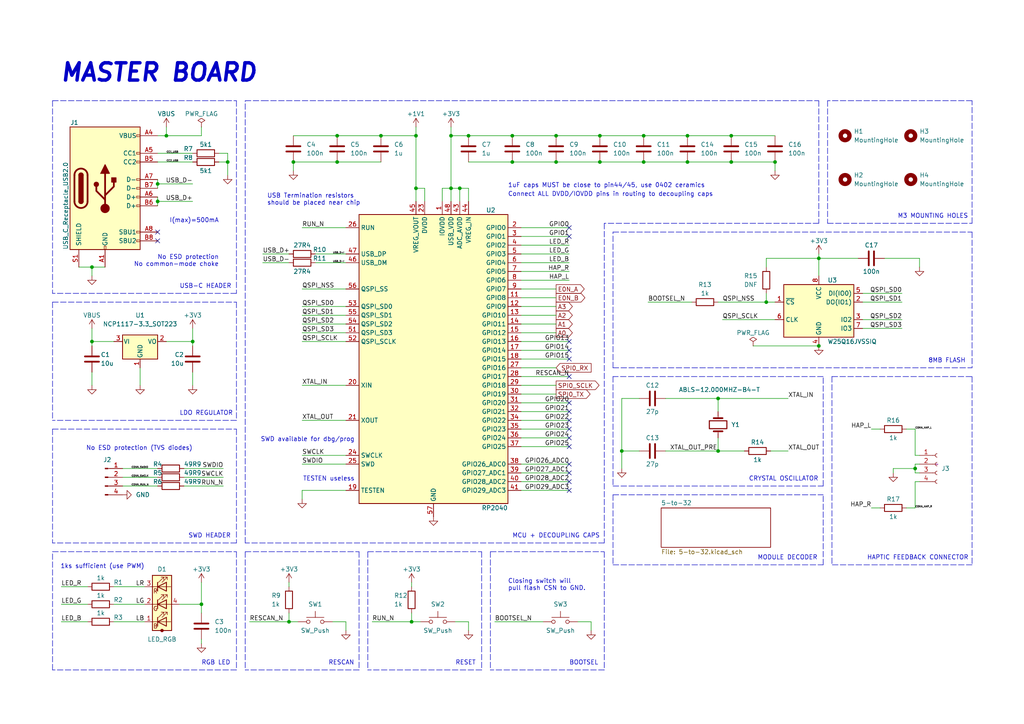
<source format=kicad_sch>
(kicad_sch (version 20211123) (generator eeschema)
  (paper "A4")
  (title_block (title "Prototroller Motherboard") (date "2023-01-31") (rev "1"))
  (lib_symbols
    (symbol "Connector:Conn_01x04_Female" (pin_names (offset 1.016) hide)
      (property "Reference" "J" (at 0 5.08 0))
      (property "Value" "Conn_01x04_Female" (at 0 -7.62 0))
      (symbol "Conn_01x04_Female_1_1"
        (pin passive line (at -5.08 2.54 0) (length 3.81) (name "Pin_1") (number "1"))
        (pin passive line (at -5.08 0 0) (length 3.81) (name "Pin_2") (number "2"))
        (pin passive line (at -5.08 -2.54 0) (length 3.81) (name "Pin_3") (number "3"))
        (pin passive line (at -5.08 -5.08 0) (length 3.81) (name "Pin_4") (number "4"))
      )
    )
    (symbol "Connector:Conn_01x04_Male" (pin_names (offset 1.016) hide)
      (property "Reference" "J" (at 0 5.08 0))
      (property "Value" "Conn_01x04_Male" (at 0 -7.62 0))
      (symbol "Conn_01x04_Male_1_1"
        (pin passive line (at 5.08 2.54 180) (length 3.81) (name "Pin_1") (number "1"))
        (pin passive line (at 5.08 0 180) (length 3.81) (name "Pin_2") (number "2"))
        (pin passive line (at 5.08 -2.54 180) (length 3.81) (name "Pin_3") (number "3"))
        (pin passive line (at 5.08 -5.08 180) (length 3.81) (name "Pin_4") (number "4"))
      )
    )
    (symbol "Connector:USB_C_Receptacle_USB2.0" (pin_names (offset 1.016))
      (property "Reference" "J" (at -10.16 19.05 0))
      (property "Value" "USB_C_Receptacle_USB2.0" (at 19.05 19.05 0))
      (symbol "USB_C_Receptacle_USB2.0_1_1"
        (pin passive line (at 0 -22.86 90) (length 5.08) (name "GND") (number "A1"))
        (pin passive line (at 0 -22.86 90) (length 5.08) hide (name "GND") (number "A12"))
        (pin passive line (at 15.24 15.24 180) (length 5.08) (name "VBUS") (number "A4"))
        (pin bidirectional line (at 15.24 10.16 180) (length 5.08) (name "CC1") (number "A5"))
        (pin bidirectional line (at 15.24 -2.54 180) (length 5.08) (name "D+") (number "A6"))
        (pin bidirectional line (at 15.24 2.54 180) (length 5.08) (name "D-") (number "A7"))
        (pin bidirectional line (at 15.24 -12.7 180) (length 5.08) (name "SBU1") (number "A8"))
        (pin passive line (at 15.24 15.24 180) (length 5.08) hide (name "VBUS") (number "A9"))
        (pin passive line (at 0 -22.86 90) (length 5.08) hide (name "GND") (number "B1"))
        (pin passive line (at 0 -22.86 90) (length 5.08) hide (name "GND") (number "B12"))
        (pin passive line (at 15.24 15.24 180) (length 5.08) hide (name "VBUS") (number "B4"))
        (pin bidirectional line (at 15.24 7.62 180) (length 5.08) (name "CC2") (number "B5"))
        (pin bidirectional line (at 15.24 -5.08 180) (length 5.08) (name "D+") (number "B6"))
        (pin bidirectional line (at 15.24 0 180) (length 5.08) (name "D-") (number "B7"))
        (pin bidirectional line (at 15.24 -15.24 180) (length 5.08) (name "SBU2") (number "B8"))
        (pin passive line (at 15.24 15.24 180) (length 5.08) hide (name "VBUS") (number "B9"))
        (pin passive line (at -7.62 -22.86 90) (length 5.08) (name "SHIELD") (number "S1"))
      )
    )
    (symbol "Device:C" (pin_numbers hide) (pin_names (offset 0.254))
      (property "Reference" "C" (at 0.635 2.54 0))
      (property "Value" "C" (at 0.635 -2.54 0))
      (symbol "C_1_1"
        (pin passive line (at 0 3.81 270) (length 2.794) (name "~") (number "1"))
        (pin passive line (at 0 -3.81 90) (length 2.794) (name "~") (number "2"))
      )
    )
    (symbol "Device:Crystal" (pin_numbers hide) (pin_names (offset 1.016) hide)
      (property "Reference" "Y" (at 0 3.81 0))
      (property "Value" "Crystal" (at 0 -3.81 0))
      (symbol "Crystal_1_1"
        (pin passive line (at -3.81 0 0) (length 1.27) (name "1") (number "1"))
        (pin passive line (at 3.81 0 180) (length 1.27) (name "2") (number "2"))
      )
    )
    (symbol "Device:R" (pin_numbers hide) (pin_names (offset 0))
      (property "Reference" "R" (at 2.032 0 90))
      (property "Value" "R" (at 0 0 90))
      (symbol "R_1_1"
        (pin passive line (at 0 3.81 270) (length 1.27) (name "~") (number "1"))
        (pin passive line (at 0 -3.81 90) (length 1.27) (name "~") (number "2"))
      )
    )
    (symbol "GND_1" (power) (pin_names (offset 0))
      (property "Value" "GND_1" (at 0 -3.81 0))
      (symbol "GND_1_1_1"
        (pin power_in line (at 0 0 270) (length 0) hide (name "GND") (number "1"))
      )
    )
    (symbol "MCU_RaspberryPi:RP2040"
      (property "Reference" "U" (at 17.78 45.72 0))
      (property "Value" "RP2040" (at 17.78 43.18 0))
      (symbol "RP2040_1_1"
        (pin power_in line (at 2.54 45.72 270) (length 3.81) (name "IOVDD") (number "1"))
        (pin passive line (at 2.54 45.72 270) (length 3.81) hide (name "IOVDD") (number "10"))
        (pin bidirectional line (at 25.4 17.78 180) (length 3.81) (name "GPIO8") (number "11"))
        (pin bidirectional line (at 25.4 15.24 180) (length 3.81) (name "GPIO9") (number "12"))
        (pin bidirectional line (at 25.4 12.7 180) (length 3.81) (name "GPIO10") (number "13"))
        (pin bidirectional line (at 25.4 10.16 180) (length 3.81) (name "GPIO11") (number "14"))
        (pin bidirectional line (at 25.4 7.62 180) (length 3.81) (name "GPIO12") (number "15"))
        (pin bidirectional line (at 25.4 5.08 180) (length 3.81) (name "GPIO13") (number "16"))
        (pin bidirectional line (at 25.4 2.54 180) (length 3.81) (name "GPIO14") (number "17"))
        (pin bidirectional line (at 25.4 0 180) (length 3.81) (name "GPIO15") (number "18"))
        (pin input line (at -25.4 -38.1 0) (length 3.81) (name "TESTEN") (number "19"))
        (pin bidirectional line (at 25.4 38.1 180) (length 3.81) (name "GPIO0") (number "2"))
        (pin input line (at -25.4 -7.62 0) (length 3.81) (name "XIN") (number "20"))
        (pin passive line (at -25.4 -17.78 0) (length 3.81) (name "XOUT") (number "21"))
        (pin passive line (at 2.54 45.72 270) (length 3.81) hide (name "IOVDD") (number "22"))
        (pin power_in line (at -2.54 45.72 270) (length 3.81) (name "DVDD") (number "23"))
        (pin output line (at -25.4 -27.94 0) (length 3.81) (name "SWCLK") (number "24"))
        (pin bidirectional line (at -25.4 -30.48 0) (length 3.81) (name "SWD") (number "25"))
        (pin input line (at -25.4 38.1 0) (length 3.81) (name "RUN") (number "26"))
        (pin bidirectional line (at 25.4 -2.54 180) (length 3.81) (name "GPIO16") (number "27"))
        (pin bidirectional line (at 25.4 -5.08 180) (length 3.81) (name "GPIO17") (number "28"))
        (pin bidirectional line (at 25.4 -7.62 180) (length 3.81) (name "GPIO18") (number "29"))
        (pin bidirectional line (at 25.4 35.56 180) (length 3.81) (name "GPIO1") (number "3"))
        (pin bidirectional line (at 25.4 -10.16 180) (length 3.81) (name "GPIO19") (number "30"))
        (pin bidirectional line (at 25.4 -12.7 180) (length 3.81) (name "GPIO20") (number "31"))
        (pin bidirectional line (at 25.4 -15.24 180) (length 3.81) (name "GPIO21") (number "32"))
        (pin passive line (at 2.54 45.72 270) (length 3.81) hide (name "IOVDD") (number "33"))
        (pin bidirectional line (at 25.4 -17.78 180) (length 3.81) (name "GPIO22") (number "34"))
        (pin bidirectional line (at 25.4 -20.32 180) (length 3.81) (name "GPIO23") (number "35"))
        (pin bidirectional line (at 25.4 -22.86 180) (length 3.81) (name "GPIO24") (number "36"))
        (pin bidirectional line (at 25.4 -25.4 180) (length 3.81) (name "GPIO25") (number "37"))
        (pin bidirectional line (at 25.4 -30.48 180) (length 3.81) (name "GPIO26_ADC0") (number "38"))
        (pin bidirectional line (at 25.4 -33.02 180) (length 3.81) (name "GPIO27_ADC1") (number "39"))
        (pin bidirectional line (at 25.4 33.02 180) (length 3.81) (name "GPIO2") (number "4"))
        (pin bidirectional line (at 25.4 -35.56 180) (length 3.81) (name "GPIO28_ADC2") (number "40"))
        (pin bidirectional line (at 25.4 -38.1 180) (length 3.81) (name "GPIO29_ADC3") (number "41"))
        (pin passive line (at 2.54 45.72 270) (length 3.81) hide (name "IOVDD") (number "42"))
        (pin power_in line (at 7.62 45.72 270) (length 3.81) (name "ADC_AVDD") (number "43"))
        (pin power_in line (at 10.16 45.72 270) (length 3.81) (name "VREG_IN") (number "44"))
        (pin power_out line (at -5.08 45.72 270) (length 3.81) (name "VREG_VOUT") (number "45"))
        (pin bidirectional line (at -25.4 27.94 0) (length 3.81) (name "USB_DM") (number "46"))
        (pin bidirectional line (at -25.4 30.48 0) (length 3.81) (name "USB_DP") (number "47"))
        (pin power_in line (at 5.08 45.72 270) (length 3.81) (name "USB_VDD") (number "48"))
        (pin passive line (at 2.54 45.72 270) (length 3.81) hide (name "IOVDD") (number "49"))
        (pin bidirectional line (at 25.4 30.48 180) (length 3.81) (name "GPIO3") (number "5"))
        (pin passive line (at -2.54 45.72 270) (length 3.81) hide (name "DVDD") (number "50"))
        (pin bidirectional line (at -25.4 7.62 0) (length 3.81) (name "QSPI_SD3") (number "51"))
        (pin output line (at -25.4 5.08 0) (length 3.81) (name "QSPI_SCLK") (number "52"))
        (pin bidirectional line (at -25.4 15.24 0) (length 3.81) (name "QSPI_SD0") (number "53"))
        (pin bidirectional line (at -25.4 10.16 0) (length 3.81) (name "QSPI_SD2") (number "54"))
        (pin bidirectional line (at -25.4 12.7 0) (length 3.81) (name "QSPI_SD1") (number "55"))
        (pin bidirectional line (at -25.4 20.32 0) (length 3.81) (name "QSPI_SS") (number "56"))
        (pin power_in line (at 0 -45.72 90) (length 3.81) (name "GND") (number "57"))
        (pin bidirectional line (at 25.4 27.94 180) (length 3.81) (name "GPIO4") (number "6"))
        (pin bidirectional line (at 25.4 25.4 180) (length 3.81) (name "GPIO5") (number "7"))
        (pin bidirectional line (at 25.4 22.86 180) (length 3.81) (name "GPIO6") (number "8"))
        (pin bidirectional line (at 25.4 20.32 180) (length 3.81) (name "GPIO7") (number "9"))
      )
    )
    (symbol "Mechanical:MountingHole" (pin_names (offset 1.016))
      (property "Reference" "H" (at 0 5.08 0))
      (property "Value" "MountingHole" (at 0 3.175 0))
    )
    (symbol "Regulator_Linear:NCP1117-3.3_SOT223" (pin_names (offset 0.254))
      (property "Reference" "U" (at -3.81 3.175 0))
      (property "Value" "NCP1117-3.3_SOT223" (at 0 3.175 0))
      (symbol "NCP1117-3.3_SOT223_1_1"
        (pin power_in line (at 0 -7.62 90) (length 2.54) (name "GND") (number "1"))
        (pin power_out line (at 7.62 0 180) (length 2.54) (name "VO") (number "2"))
        (pin power_in line (at -7.62 0 0) (length 2.54) (name "VI") (number "3"))
      )
    )
    (symbol "Switch:SW_Push" (pin_numbers hide) (pin_names (offset 1.016) hide)
      (property "Reference" "SW" (at 1.27 2.54 0))
      (property "Value" "SW_Push" (at 0 -1.524 0))
      (symbol "SW_Push_0_1"
        (pin passive line (at -5.08 0 0) (length 2.54) (name "1") (number "1"))
        (pin passive line (at 5.08 0 180) (length 2.54) (name "2") (number "2"))
      )
    )
    (symbol "power:+1V1" (power) (pin_names (offset 0))
      (property "Value" "+1V1" (at 0 3.556 0))
      (symbol "+1V1_1_1"
        (pin power_in line (at 0 0 90) (length 0) hide (name "+1V1") (number "1"))
      )
    )
    (symbol "power:+3V3" (power) (pin_names (offset 0))
      (property "Value" "+3V3" (at 0 3.556 0))
      (symbol "+3V3_1_1"
        (pin power_in line (at 0 0 90) (length 0) hide (name "+3V3") (number "1"))
      )
    )
    (symbol "power:GND" (power) (pin_names (offset 0))
      (property "Value" "GND" (at 0 -3.81 0))
      (symbol "GND_1_1"
        (pin power_in line (at 0 0 270) (length 0) hide (name "GND") (number "1"))
      )
    )
    (symbol "power:PWR_FLAG" (power) (pin_numbers hide) (pin_names (offset 0) hide)
      (property "Value" "PWR_FLAG" (at 0 3.81 0))
      (symbol "PWR_FLAG_0_0"
        (pin power_out line (at 0 0 90) (length 0) (name "pwr") (number "1"))
      )
    )
    (symbol "power:VBUS" (power) (pin_names (offset 0))
      (property "Value" "VBUS" (at 0 3.81 0))
      (symbol "VBUS_1_1"
        (pin power_in line (at 0 0 90) (length 0) hide (name "VBUS") (number "1"))
      )
    )
    (symbol "prototroller_symbols:LED_RGB" (pin_names (offset 0) hide)
      (property "Reference" "D1" (at 0 10.16 0))
      (property "Value" "LED_RGB" (at -7.62 -10.16 0))
      (symbol "LED_RGB_0_0"
        (text "B" (at -1.905 -6.35 0) (effects (font (size 1.27 1.27))))
        (text "G" (at -1.905 -1.27 0) (effects (font (size 1.27 1.27))))
        (text "R" (at -1.905 3.81 0) (effects (font (size 1.27 1.27))))
      )
      (symbol "LED_RGB_1_1"
        (pin passive line (at -5.08 -5.08 0) (length 2.54) (name "B") (number "1"))
        (pin passive line (at -5.08 0 0) (length 2.54) (name "G") (number "2"))
        (pin passive line (at -5.08 5.08 0) (length 2.54) (name "R") (number "3"))
        (pin passive line (at 5.08 0 180) (length 2.54) (name "A") (number "4"))
      )
    )
    (symbol "prototroller_symbols:W25Q16JVSSIQ"
      (property "Reference" "U3" (at 2.54 7.62 0))
      (property "Value" "W25Q16JVSSIQ" (at 2.54 -10.16 0))
      (symbol "W25Q16JVSSIQ_1_1"
        (pin input line (at -12.7 1.27 0) (length 2.54) (name "~{CS}") (number "1"))
        (pin bidirectional line (at 12.7 1.27 180) (length 2.54) (name "DO(IO1)") (number "2"))
        (pin bidirectional line (at 12.7 -3.81 180) (length 2.54) (name "IO2") (number "3"))
        (pin power_in line (at 0 -11.43 90) (length 2.54) (name "GND") (number "4"))
        (pin bidirectional line (at 12.7 3.81 180) (length 2.54) (name "DI(IO0)") (number "5"))
        (pin input line (at -12.7 -3.81 0) (length 2.54) (name "CLK") (number "6"))
        (pin bidirectional line (at 12.7 -6.35 180) (length 2.54) (name "IO3") (number "7"))
        (pin power_in line (at 0 8.89 270) (length 2.54) (name "VCC") (number "8"))
      )
    )
  )
  (junction (at 97.79 39.37))
  (junction (at 186.69 39.37))
  (junction (at 45.72 53.34))
  (junction (at 133.35 54.61))
  (junction (at 224.79 46.99))
  (junction (at 85.09 46.99))
  (junction (at 55.88 99.06))
  (junction (at 119.38 180.34))
  (junction (at 199.39 46.99))
  (junction (at 208.28 130.81))
  (junction (at 130.81 39.37))
  (junction (at 120.65 54.61))
  (junction (at 212.09 39.37))
  (junction (at 135.89 39.37))
  (junction (at 180.34 130.81))
  (junction (at 110.49 39.37))
  (junction (at 186.69 46.99))
  (junction (at 45.72 58.42))
  (junction (at 208.28 115.57))
  (junction (at 222.25 87.63))
  (junction (at 66.04 46.99))
  (junction (at 83.82 180.34))
  (junction (at 48.26 39.37))
  (junction (at 26.67 77.47))
  (junction (at 161.29 46.99))
  (junction (at 148.59 46.99))
  (junction (at 58.42 175.26))
  (junction (at 173.99 39.37))
  (junction (at 26.67 99.06))
  (junction (at 130.81 54.61))
  (junction (at 97.79 46.99))
  (junction (at 161.29 39.37))
  (junction (at 265.43 135.89))
  (junction (at 173.99 46.99))
  (junction (at 212.09 46.99))
  (junction (at 199.39 39.37))
  (junction (at 237.49 100.33))
  (junction (at 120.65 39.37))
  (junction (at 148.59 39.37))
  (junction (at 237.49 74.93))
  (no_connect (at 165.1 142.24))
  (no_connect (at 165.1 66.04))
  (no_connect (at 165.1 124.46))
  (no_connect (at 165.1 127))
  (no_connect (at 165.1 109.22))
  (no_connect (at 45.72 67.31))
  (no_connect (at 165.1 129.54))
  (no_connect (at 165.1 68.58))
  (no_connect (at 165.1 104.14))
  (no_connect (at 45.72 69.85))
  (no_connect (at 165.1 121.92))
  (no_connect (at 165.1 99.06))
  (no_connect (at 165.1 134.62))
  (no_connect (at 165.1 119.38))
  (no_connect (at 165.1 137.16))
  (no_connect (at 165.1 101.6))
  (no_connect (at 165.1 116.84))
  (no_connect (at 165.1 139.7))
  (wire (pts (xy 161.29 46.99) (xy 148.59 46.99)))
  (wire (pts (xy 173.99 39.37) (xy 186.69 39.37)))
  (wire (pts (xy 58.42 177.8) (xy 58.42 175.26)))
  (wire (pts (xy 83.82 180.34) (xy 86.36 180.34)))
  (wire (pts (xy 151.13 76.2) (xy 165.1 76.2)))
  (wire (pts (xy 185.42 115.57) (xy 180.34 115.57)))
  (polyline (pts (xy 177.8 140.97) (xy 238.76 140.97)))
  (wire (pts (xy 151.13 71.12) (xy 165.1 71.12)))
  (polyline (pts (xy 15.24 194.31) (xy 15.24 160.02)))
  (wire (pts (xy 151.13 142.24) (xy 165.1 142.24)))
  (wire (pts (xy 96.52 180.34) (xy 100.33 180.34)))
  (wire (pts (xy 128.27 54.61) (xy 128.27 58.42)))
  (wire (pts (xy 35.56 138.43) (xy 45.72 138.43)))
  (wire (pts (xy 237.49 74.93) (xy 237.49 80.01)))
  (wire (pts (xy 87.63 66.04) (xy 100.33 66.04)))
  (wire (pts (xy 58.42 168.91) (xy 58.42 175.26)))
  (polyline (pts (xy 68.58 157.48) (xy 15.24 157.48)))
  (wire (pts (xy 265.43 134.62) (xy 265.43 135.89)))
  (wire (pts (xy 212.09 46.99) (xy 199.39 46.99)))
  (wire (pts (xy 208.28 115.57) (xy 228.6 115.57)))
  (wire (pts (xy 256.54 74.93) (xy 266.7 74.93)))
  (wire (pts (xy 151.13 83.82) (xy 161.29 83.82)))
  (wire (pts (xy 151.13 134.62) (xy 165.1 134.62)))
  (wire (pts (xy 135.89 180.34) (xy 135.89 182.88)))
  (polyline (pts (xy 76.2 29.21) (xy 237.49 29.21)))
  (wire (pts (xy 130.81 39.37) (xy 135.89 39.37)))
  (wire (pts (xy 130.81 54.61) (xy 130.81 58.42)))
  (polyline (pts (xy 68.58 29.21) (xy 68.58 85.09)))
  (polyline (pts (xy 15.24 29.21) (xy 68.58 29.21)))
  (wire (pts (xy 130.81 39.37) (xy 130.81 54.61)))
  (wire (pts (xy 151.13 111.76) (xy 161.29 111.76)))
  (polyline (pts (xy 175.26 160.02) (xy 175.26 194.31)))
  (polyline (pts (xy 281.94 109.22) (xy 281.94 163.83)))
  (polyline (pts (xy 175.26 64.77) (xy 175.26 157.48)))
  (wire (pts (xy 107.95 180.34) (xy 119.38 180.34)))
  (wire (pts (xy 132.08 180.34) (xy 135.89 180.34)))
  (wire (pts (xy 76.2 76.2) (xy 83.82 76.2)))
  (wire (pts (xy 85.09 39.37) (xy 97.79 39.37)))
  (wire (pts (xy 151.13 91.44) (xy 161.29 91.44)))
  (wire (pts (xy 151.13 96.52) (xy 161.29 96.52)))
  (wire (pts (xy 110.49 39.37) (xy 120.65 39.37)))
  (wire (pts (xy 135.89 54.61) (xy 133.35 54.61)))
  (wire (pts (xy 53.34 140.97) (xy 64.77 140.97)))
  (wire (pts (xy 180.34 115.57) (xy 180.34 130.81)))
  (wire (pts (xy 151.13 101.6) (xy 165.1 101.6)))
  (wire (pts (xy 91.44 76.2) (xy 100.33 76.2)))
  (wire (pts (xy 100.33 180.34) (xy 100.33 182.88)))
  (wire (pts (xy 33.02 175.26) (xy 41.91 175.26)))
  (wire (pts (xy 255.27 147.32) (xy 252.73 147.32)))
  (wire (pts (xy 66.04 44.45) (xy 66.04 46.99)))
  (wire (pts (xy 250.19 92.71) (xy 261.62 92.71)))
  (wire (pts (xy 97.79 46.99) (xy 110.49 46.99)))
  (wire (pts (xy 266.7 139.7) (xy 265.43 139.7)))
  (wire (pts (xy 208.28 130.81) (xy 215.9 130.81)))
  (polyline (pts (xy 175.26 194.31) (xy 142.24 194.31)))
  (wire (pts (xy 26.67 99.06) (xy 33.02 99.06)))
  (wire (pts (xy 45.72 44.45) (xy 55.88 44.45)))
  (wire (pts (xy 151.13 104.14) (xy 165.1 104.14)))
  (polyline (pts (xy 177.8 106.68) (xy 177.8 67.31)))
  (wire (pts (xy 259.08 137.16) (xy 259.08 135.89)))
  (wire (pts (xy 151.13 114.3) (xy 161.29 114.3)))
  (wire (pts (xy 26.67 77.47) (xy 30.48 77.47)))
  (polyline (pts (xy 177.8 109.22) (xy 177.8 140.97)))
  (wire (pts (xy 53.34 138.43) (xy 64.77 138.43)))
  (polyline (pts (xy 241.3 109.22) (xy 241.3 163.83)))
  (wire (pts (xy 151.13 127) (xy 165.1 127)))
  (wire (pts (xy 151.13 66.04) (xy 165.1 66.04)))
  (wire (pts (xy 250.19 85.09) (xy 261.62 85.09)))
  (wire (pts (xy 265.43 135.89) (xy 265.43 137.16)))
  (wire (pts (xy 151.13 68.58) (xy 165.1 68.58)))
  (polyline (pts (xy 177.8 143.51) (xy 177.8 163.83)))
  (polyline (pts (xy 139.7 194.31) (xy 106.68 194.31)))
  (polyline (pts (xy 68.58 121.92) (xy 15.24 121.92)))
  (wire (pts (xy 167.64 180.34) (xy 171.45 180.34)))
  (wire (pts (xy 26.67 95.25) (xy 26.67 99.06)))
  (wire (pts (xy 83.82 168.91) (xy 83.82 170.18)))
  (wire (pts (xy 148.59 39.37) (xy 161.29 39.37)))
  (polyline (pts (xy 139.7 160.02) (xy 139.7 194.31)))
  (wire (pts (xy 250.19 95.25) (xy 261.62 95.25)))
  (wire (pts (xy 135.89 58.42) (xy 135.89 54.61)))
  (polyline (pts (xy 15.24 87.63) (xy 15.24 121.92)))
  (wire (pts (xy 212.09 39.37) (xy 224.79 39.37)))
  (wire (pts (xy 53.34 135.89) (xy 64.77 135.89)))
  (wire (pts (xy 222.25 87.63) (xy 224.79 87.63)))
  (polyline (pts (xy 238.76 109.22) (xy 177.8 109.22)))
  (polyline (pts (xy 104.14 194.31) (xy 71.12 194.31)))
  (wire (pts (xy 222.25 85.09) (xy 222.25 87.63)))
  (polyline (pts (xy 15.24 124.46) (xy 68.58 124.46)))
  (polyline (pts (xy 106.68 160.02) (xy 106.68 194.31)))
  (wire (pts (xy 151.13 99.06) (xy 165.1 99.06)))
  (wire (pts (xy 87.63 142.24) (xy 87.63 144.78)))
  (wire (pts (xy 262.89 147.32) (xy 265.43 147.32)))
  (wire (pts (xy 87.63 93.98) (xy 100.33 93.98)))
  (wire (pts (xy 171.45 180.34) (xy 171.45 182.88)))
  (wire (pts (xy 130.81 36.83) (xy 130.81 39.37)))
  (wire (pts (xy 208.28 115.57) (xy 208.28 119.38)))
  (wire (pts (xy 87.63 83.82) (xy 100.33 83.82)))
  (wire (pts (xy 87.63 121.92) (xy 100.33 121.92)))
  (polyline (pts (xy 238.76 140.97) (xy 238.76 109.22)))
  (wire (pts (xy 208.28 87.63) (xy 222.25 87.63)))
  (wire (pts (xy 119.38 168.91) (xy 119.38 170.18)))
  (polyline (pts (xy 240.03 64.77) (xy 281.94 64.77)))
  (wire (pts (xy 262.89 124.46) (xy 265.43 124.46)))
  (wire (pts (xy 33.02 180.34) (xy 41.91 180.34)))
  (wire (pts (xy 55.88 107.95) (xy 55.88 111.76)))
  (wire (pts (xy 85.09 46.99) (xy 85.09 49.53)))
  (polyline (pts (xy 238.76 163.83) (xy 238.76 143.51)))
  (wire (pts (xy 222.25 74.93) (xy 237.49 74.93)))
  (wire (pts (xy 17.78 170.18) (xy 25.4 170.18)))
  (wire (pts (xy 151.13 88.9) (xy 161.29 88.9)))
  (wire (pts (xy 250.19 87.63) (xy 261.62 87.63)))
  (wire (pts (xy 26.67 100.33) (xy 26.67 99.06)))
  (wire (pts (xy 33.02 170.18) (xy 41.91 170.18)))
  (wire (pts (xy 265.43 137.16) (xy 266.7 137.16)))
  (wire (pts (xy 120.65 39.37) (xy 120.65 54.61)))
  (wire (pts (xy 55.88 100.33) (xy 55.88 99.06)))
  (polyline (pts (xy 15.24 29.21) (xy 15.24 85.09)))
  (wire (pts (xy 151.13 129.54) (xy 165.1 129.54)))
  (wire (pts (xy 193.04 115.57) (xy 208.28 115.57)))
  (polyline (pts (xy 106.68 160.02) (xy 139.7 160.02)))
  (wire (pts (xy 151.13 106.68) (xy 161.29 106.68)))
  (wire (pts (xy 58.42 39.37) (xy 48.26 39.37)))
  (wire (pts (xy 135.89 46.99) (xy 148.59 46.99)))
  (wire (pts (xy 180.34 130.81) (xy 185.42 130.81)))
  (polyline (pts (xy 175.26 157.48) (xy 71.12 157.48)))
  (polyline (pts (xy 15.24 87.63) (xy 68.58 87.63)))
  (wire (pts (xy 151.13 73.66) (xy 165.1 73.66)))
  (wire (pts (xy 224.79 46.99) (xy 224.79 49.53)))
  (wire (pts (xy 151.13 86.36) (xy 161.29 86.36)))
  (polyline (pts (xy 281.94 163.83) (xy 241.3 163.83)))
  (wire (pts (xy 120.65 36.83) (xy 120.65 39.37)))
  (wire (pts (xy 45.72 57.15) (xy 45.72 58.42)))
  (wire (pts (xy 237.49 74.93) (xy 248.92 74.93)))
  (wire (pts (xy 265.43 139.7) (xy 265.43 147.32)))
  (wire (pts (xy 45.72 46.99) (xy 55.88 46.99)))
  (wire (pts (xy 48.26 99.06) (xy 55.88 99.06)))
  (wire (pts (xy 151.13 116.84) (xy 165.1 116.84)))
  (wire (pts (xy 252.73 124.46) (xy 255.27 124.46)))
  (polyline (pts (xy 71.12 160.02) (xy 104.14 160.02)))
  (wire (pts (xy 151.13 93.98) (xy 161.29 93.98)))
  (wire (pts (xy 265.43 132.08) (xy 266.7 132.08)))
  (polyline (pts (xy 71.12 29.21) (xy 76.2 29.21)))
  (polyline (pts (xy 68.58 160.02) (xy 68.58 194.31)))
  (polyline (pts (xy 177.8 67.31) (xy 281.94 67.31)))
  (polyline (pts (xy 68.58 85.09) (xy 15.24 85.09)))
  (wire (pts (xy 48.26 39.37) (xy 48.26 36.83)))
  (wire (pts (xy 151.13 137.16) (xy 165.1 137.16)))
  (wire (pts (xy 17.78 180.34) (xy 25.4 180.34)))
  (wire (pts (xy 143.51 180.34) (xy 157.48 180.34)))
  (polyline (pts (xy 240.03 29.21) (xy 240.03 64.77)))
  (polyline (pts (xy 15.24 124.46) (xy 15.24 157.48)))
  (polyline (pts (xy 68.58 87.63) (xy 68.58 121.92)))
  (wire (pts (xy 35.56 140.97) (xy 45.72 140.97)))
  (wire (pts (xy 58.42 36.83) (xy 58.42 39.37)))
  (polyline (pts (xy 68.58 124.46) (xy 68.58 157.48)))
  (wire (pts (xy 266.7 74.93) (xy 266.7 77.47)))
  (wire (pts (xy 151.13 109.22) (xy 165.1 109.22)))
  (wire (pts (xy 120.65 54.61) (xy 120.65 58.42)))
  (polyline (pts (xy 241.3 109.22) (xy 281.94 109.22)))
  (wire (pts (xy 151.13 124.46) (xy 165.1 124.46)))
  (wire (pts (xy 22.86 77.47) (xy 26.67 77.47)))
  (wire (pts (xy 161.29 46.99) (xy 173.99 46.99)))
  (wire (pts (xy 72.39 180.34) (xy 83.82 180.34)))
  (wire (pts (xy 151.13 119.38) (xy 165.1 119.38)))
  (wire (pts (xy 100.33 142.24) (xy 87.63 142.24)))
  (polyline (pts (xy 71.12 157.48) (xy 71.12 29.21)))
  (polyline (pts (xy 71.12 160.02) (xy 71.12 194.31)))
  (wire (pts (xy 35.56 135.89) (xy 45.72 135.89)))
  (wire (pts (xy 265.43 134.62) (xy 266.7 134.62)))
  (wire (pts (xy 123.19 58.42) (xy 123.19 54.61)))
  (wire (pts (xy 259.08 135.89) (xy 265.43 135.89)))
  (wire (pts (xy 180.34 130.81) (xy 180.34 135.89)))
  (wire (pts (xy 87.63 132.08) (xy 100.33 132.08)))
  (polyline (pts (xy 177.8 143.51) (xy 238.76 143.51)))
  (wire (pts (xy 186.69 39.37) (xy 199.39 39.37)))
  (wire (pts (xy 151.13 139.7) (xy 165.1 139.7)))
  (polyline (pts (xy 104.14 160.02) (xy 104.14 194.31)))
  (wire (pts (xy 208.28 127) (xy 208.28 130.81)))
  (polyline (pts (xy 281.94 29.21) (xy 240.03 29.21)))
  (wire (pts (xy 26.67 107.95) (xy 26.67 111.76)))
  (polyline (pts (xy 15.24 160.02) (xy 68.58 160.02)))
  (wire (pts (xy 151.13 121.92) (xy 165.1 121.92)))
  (polyline (pts (xy 142.24 160.02) (xy 142.24 194.31)))
  (wire (pts (xy 222.25 77.47) (xy 222.25 74.93)))
  (wire (pts (xy 133.35 54.61) (xy 133.35 58.42)))
  (wire (pts (xy 66.04 44.45) (xy 63.5 44.45)))
  (wire (pts (xy 119.38 177.8) (xy 119.38 180.34)))
  (wire (pts (xy 87.63 91.44) (xy 100.33 91.44)))
  (wire (pts (xy 87.63 111.76) (xy 100.33 111.76)))
  (wire (pts (xy 45.72 58.42) (xy 45.72 59.69)))
  (wire (pts (xy 87.63 99.06) (xy 100.33 99.06)))
  (polyline (pts (xy 177.8 163.83) (xy 238.76 163.83)))
  (polyline (pts (xy 281.94 64.77) (xy 281.94 29.21)))
  (wire (pts (xy 193.04 130.81) (xy 208.28 130.81)))
  (wire (pts (xy 187.96 87.63) (xy 200.66 87.63)))
  (wire (pts (xy 45.72 53.34) (xy 45.72 54.61)))
  (wire (pts (xy 119.38 180.34) (xy 121.92 180.34)))
  (wire (pts (xy 265.43 124.46) (xy 265.43 132.08)))
  (wire (pts (xy 87.63 88.9) (xy 100.33 88.9)))
  (polyline (pts (xy 68.58 194.31) (xy 15.24 194.31)))
  (wire (pts (xy 209.55 92.71) (xy 224.79 92.71)))
  (wire (pts (xy 83.82 177.8) (xy 83.82 180.34)))
  (wire (pts (xy 173.99 46.99) (xy 186.69 46.99)))
  (wire (pts (xy 97.79 46.99) (xy 85.09 46.99)))
  (wire (pts (xy 66.04 46.99) (xy 63.5 46.99)))
  (wire (pts (xy 45.72 52.07) (xy 45.72 53.34)))
  (polyline (pts (xy 177.8 106.68) (xy 281.94 106.68)))
  (wire (pts (xy 76.2 73.66) (xy 83.82 73.66)))
  (wire (pts (xy 237.49 73.66) (xy 237.49 74.93)))
  (wire (pts (xy 97.79 39.37) (xy 110.49 39.37)))
  (wire (pts (xy 130.81 54.61) (xy 133.35 54.61)))
  (wire (pts (xy 66.04 46.99) (xy 66.04 50.8)))
  (wire (pts (xy 151.13 81.28) (xy 165.1 81.28)))
  (wire (pts (xy 151.13 78.74) (xy 165.1 78.74)))
  (wire (pts (xy 120.65 54.61) (xy 123.19 54.61)))
  (polyline (pts (xy 281.94 67.31) (xy 281.94 106.68)))
  (polyline (pts (xy 237.49 29.21) (xy 237.49 64.77)))
  (wire (pts (xy 223.52 130.81) (xy 228.6 130.81)))
  (wire (pts (xy 91.44 73.66) (xy 100.33 73.66)))
  (polyline (pts (xy 237.49 64.77) (xy 175.26 64.77)))
  (wire (pts (xy 87.63 134.62) (xy 100.33 134.62)))
  (wire (pts (xy 45.72 58.42) (xy 55.88 58.42)))
  (wire (pts (xy 26.67 80.01) (xy 26.67 77.47)))
  (wire (pts (xy 17.78 175.26) (xy 25.4 175.26)))
  (wire (pts (xy 45.72 53.34) (xy 55.88 53.34)))
  (polyline (pts (xy 142.24 160.02) (xy 175.26 160.02)))
  (wire (pts (xy 199.39 39.37) (xy 212.09 39.37)))
  (wire (pts (xy 218.44 100.33) (xy 237.49 100.33)))
  (wire (pts (xy 128.27 54.61) (xy 130.81 54.61)))
  (wire (pts (xy 161.29 39.37) (xy 173.99 39.37)))
  (wire (pts (xy 135.89 39.37) (xy 148.59 39.37)))
  (wire (pts (xy 55.88 95.25) (xy 55.88 99.06)))
  (wire (pts (xy 212.09 46.99) (xy 224.79 46.99)))
  (wire (pts (xy 40.64 106.68) (xy 40.64 111.76)))
  (wire (pts (xy 52.07 175.26) (xy 58.42 175.26)))
  (wire (pts (xy 87.63 96.52) (xy 100.33 96.52)))
  (wire (pts (xy 45.72 39.37) (xy 48.26 39.37)))
  (wire (pts (xy 58.42 186.69) (xy 58.42 185.42)))
  (wire (pts (xy 186.69 46.99) (xy 199.39 46.99)))
  (text "RESET" (at 132.08 193.04 0) (effects (font (size 1.27 1.27)) (justify left bottom)))
  (text "MODULE DECODER" (at 219.71 162.56 0) (effects (font (size 1.27 1.27)) (justify left bottom)))
  (text "SWD HEADER" (at 54.61 156.21 0) (effects (font (size 1.27 1.27)) (justify left bottom)))
  (text "1ks sufficient (use PWM)" (at 41.91 165.1 180) (effects (font (size 1.27 1.27)) (justify right bottom)))
  (text "USB-C HEADER" (at 52.07 83.82 0) (effects (font (size 1.27 1.27)) (justify left bottom)))
  (text "M3 MOUNTING HOLES" (at 260.35 63.5 0) (effects (font (size 1.27 1.27)) (justify left bottom)))
  (text "CRYSTAL OSCILLATOR" (at 217.17 139.7 0) (effects (font (size 1.27 1.27)) (justify left bottom)))
  (text "RGB LED" (at 58.42 193.04 0) (effects (font (size 1.27 1.27)) (justify left bottom)))
  (text "1uF caps MUST be close to pin44/45, use 0402 ceramics" (at 147.32 54.61 0) (effects (font (size 1.27 1.27)) (justify left bottom)))
  (text "USB Termination resistors\nshould be placed near chip" (at 77.47 59.69 0) (effects (font (size 1.27 1.27)) (justify left bottom)))
  (text "TESTEN useless" (at 102.87 139.7 180) (effects (font (size 1.27 1.27)) (justify right bottom)))
  (text "HAPTIC FEEDBACK CONNECTOR" (at 251.46 162.56 0) (effects (font (size 1.27 1.27)) (justify left bottom)))
  (text "RESCAN" (at 95.25 193.04 0) (effects (font (size 1.27 1.27)) (justify left bottom)))
  (text "LDO REGULATOR" (at 52.07 120.65 0) (effects (font (size 1.27 1.27)) (justify left bottom)))
  (text "Connect ALL DVDD/IOVDD pins in routing to decoupling caps" (at 147.32 57.15 0) (effects (font (size 1.27 1.27)) (justify left bottom)))
  (text "No ESD protection\nNo common-mode choke" (at 63.5 77.47 180) (effects (font (size 1.27 1.27)) (justify right bottom)))
  (text "SWD available for dbg/prog" (at 102.87 128.27 180) (effects (font (size 1.27 1.27)) (justify right bottom)))
  (text "BOOTSEL" (at 165.1 193.04 0) (effects (font (size 1.27 1.27)) (justify left bottom)))
  (text "8MB FLASH\n" (at 269.24 105.41 0) (effects (font (size 1.27 1.27)) (justify left bottom)))
  (text "Closing switch will\npull flash CSN to GND." (at 147.32 171.45 0) (effects (font (size 1.27 1.27)) (justify left bottom)))
  (text "I(max)=500mA" (at 63.5 64.77 180) (effects (font (size 1.27 1.27)) (justify right bottom)))
  (text "No ESD protection (TVS diodes)" (at 55.88 130.81 180) (effects (font (size 1.27 1.27)) (justify right bottom)))
  (text "MCU + DECOUPLING CAPS" (at 148.59 156.21 0) (effects (font (size 1.27 1.27)) (justify left bottom)))
  (text "MASTER BOARD" (at 74.93 24.13 180) (effects (font (size 5 5) (thickness 1) bold italic) (justify right bottom)))
  (label "HAP_L" (at 165.1 81.28 180))
  (label "QSPI_SD0" (at 87.63 88.9 0))
  (label "QSPI_NSS" (at 209.55 87.63 0))
  (label "QSPI_SD3" (at 87.63 96.52 0))
  (label "LED_R" (at 17.78 170.18 0))
  (label "CC1_USB" (at 48.26 44.45 0) (effects (font (size 0.5 0.5))))
  (label "GPIO22" (at 165.1 121.92 180))
  (label "USB_D+I" (at 96.52 73.66 0) (effects (font (size 0.5 0.5))))
  (label "QSPI_SD3" (at 261.62 95.25 180))
  (label "RUN_N" (at 87.63 66.04 0))
  (label "RUN_N" (at 64.77 140.97 180))
  (label "GPIO21" (at 165.1 119.38 180))
  (label "USB_D+" (at 76.2 73.66 0))
  (label "XTAL_OUT_PRE" (at 194.31 130.81 0))
  (label "CONN_RUN_N" (at 38.1 140.97 0) (effects (font (size 0.5 0.5))))
  (label "USB_D-I" (at 96.52 76.2 0) (effects (font (size 0.5 0.5))))
  (label "LG" (at 39.37 175.26 0))
  (label "SWDIO" (at 87.63 134.62 0))
  (label "GPIO13" (at 165.1 99.06 180))
  (label "GPIO23" (at 165.1 124.46 180))
  (label "HAP_L" (at 252.73 124.46 180))
  (label "LB" (at 39.37 180.34 0))
  (label "SWCLK" (at 87.63 132.08 0))
  (label "GPIO1" (at 165.1 68.58 180))
  (label "XTAL_OUT" (at 87.63 121.92 0))
  (label "QSPI_SD2" (at 261.62 92.71 180))
  (label "RESCAN_N" (at 72.39 180.34 0))
  (label "GPIO25" (at 165.1 129.54 180))
  (label "LED_G" (at 165.1 73.66 180))
  (label "GPIO0" (at 165.1 66.04 180))
  (label "GPIO14" (at 165.1 101.6 180))
  (label "HAP_R" (at 252.73 147.32 180))
  (label "CONN_HAP_R" (at 265.43 147.32 0) (effects (font (size 0.5 0.5))))
  (label "LED_R" (at 165.1 71.12 180))
  (label "BOOTSEL_N" (at 143.51 180.34 0))
  (label "GPIO29_ADC3" (at 165.1 142.24 180))
  (label "QSPI_SD2" (at 87.63 93.98 0))
  (label "CONN_HAP_L" (at 265.43 124.46 0) (effects (font (size 0.5 0.5))))
  (label "QSPI_SD1" (at 261.62 87.63 180))
  (label "GPIO15" (at 165.1 104.14 180))
  (label "QSPI_SD1" (at 87.63 91.44 0))
  (label "HAP_R" (at 165.1 78.74 180))
  (label "SWCLK" (at 64.77 138.43 180))
  (label "XTAL_IN" (at 87.63 111.76 0))
  (label "LED_B" (at 17.78 180.34 0))
  (label "LED_G" (at 17.78 175.26 0))
  (label "CONN_SWDIO" (at 38.1 135.89 0) (effects (font (size 0.5 0.5))))
  (label "QSPI_SCLK" (at 209.55 92.71 0))
  (label "CC2_USB" (at 48.26 46.99 0) (effects (font (size 0.5 0.5))))
  (label "LR" (at 39.37 170.18 0))
  (label "QSPI_SCLK" (at 87.63 99.06 0))
  (label "RUN_N" (at 107.95 180.34 0))
  (label "GPIO20" (at 165.1 116.84 180))
  (label "QSPI_SD0" (at 261.62 85.09 180))
  (label "SWDIO" (at 64.77 135.89 180))
  (label "RESCAN_N" (at 165.1 109.22 180))
  (label "QSPI_NSS" (at 87.63 83.82 0))
  (label "XTAL_IN" (at 228.6 115.57 0))
  (label "LED_B" (at 165.1 76.2 180))
  (label "BOOTSEL_N" (at 187.96 87.63 0))
  (label "USB_D-" (at 55.88 53.34 180))
  (label "GPIO27_ADC1" (at 165.1 137.16 180))
  (label "CONN_SWCLK" (at 38.1 138.43 0) (effects (font (size 0.5 0.5))))
  (label "GPIO28_ADC2" (at 165.1 139.7 180))
  (label "GPIO24" (at 165.1 127 180))
  (label "USB_D-" (at 76.2 76.2 0))
  (label "XTAL_OUT" (at 228.6 130.81 0))
  (label "GPIO26_ADC0" (at 165.1 134.62 180))
  (label "USB_D+" (at 55.88 58.42 180))
  (global_label "SPI0_RX" (shape input) (at 161.29 106.68 0) (property "Intersheet References" "${INTERSHEET_REFS}" (effects hide)))
  (global_label "A2" (shape output) (at 161.29 91.44 0) (property "Intersheet References" "${INTERSHEET_REFS}" (effects hide)))
  (global_label "E0N_A" (shape output) (at 161.29 83.82 0) (property "Intersheet References" "${INTERSHEET_REFS}" (effects hide)))
  (global_label "A0" (shape output) (at 161.29 96.52 0) (property "Intersheet References" "${INTERSHEET_REFS}" (effects hide)))
  (global_label "SPI0_SCLK" (shape output) (at 161.29 111.76 0) (property "Intersheet References" "${INTERSHEET_REFS}" (effects hide)))
  (global_label "A3" (shape output) (at 161.29 88.9 0) (property "Intersheet References" "${INTERSHEET_REFS}" (effects hide)))
  (global_label "SPI0_TX" (shape output) (at 161.29 114.3 0) (property "Intersheet References" "${INTERSHEET_REFS}" (effects hide)))
  (global_label "A1" (shape output) (at 161.29 93.98 0) (property "Intersheet References" "${INTERSHEET_REFS}" (effects hide)))
  (global_label "E0N_B" (shape output) (at 161.29 86.36 0) (property "Intersheet References" "${INTERSHEET_REFS}" (effects hide)))
  (symbol (lib_id "power:+3V3") (at 119.38 168.91 0) (unit 1)
    (property "Reference" "#PWR015" (effects hide))
    (property "Value" "+3V3" (at 119.38 165.1 0))
  )
  (symbol (lib_id "power:+3V3") (at 130.81 36.83 0) (unit 1)
    (property "Reference" "#PWR018" (effects hide))
    (property "Value" "+3V3" (at 130.81 33.02 0))
  )
  (symbol (lib_id "power:PWR_FLAG") (at 58.42 36.83 0) (unit 1)
    (property "Reference" "#FLG01" (effects hide))
    (property "Value" "PWR_FLAG" (at 58.42 33.02 0))
  )
  (symbol (lib_id "Device:C") (at 173.99 43.18 0) (unit 1)
    (property "Reference" "C10" (at 177.8 41.9099 0) (effects (justify left)))
    (property "Value" "100n" (at 177.8 44.4499 0) (effects (justify left)))
    (property "Footprint" "Capacitor_SMD:C_0402_1005Metric" (effects hide))
    (property "Manufacturer" "Venkel" (effects hide))
    (property "Manufacturer Part Number" "C0402X7R100-104KNE-CT" (effects hide))
  )
  (symbol (lib_id "Mechanical:MountingHole") (at 245.11 52.07 0) (unit 1)
    (property "Reference" "H2" (at 247.65 50.7999 0) (effects (justify left)))
    (property "Value" "MountingHole" (at 247.65 53.3399 0) (effects (justify left)))
    (property "Footprint" "MountingHole:MountingHole_3.2mm_M3" (effects hide))
  )
  (symbol (lib_id "power:GND") (at 87.63 144.78 0) (unit 1)
    (property "Reference" "#PWR013" (effects hide))
    (property "Value" "GND" (effects hide))
  )
  (symbol (lib_id "Device:R") (at 49.53 140.97 90) (unit 1)
    (property "Reference" "R6" (at 45.72 139.7 90))
    (property "Value" "49R9" (at 55.88 139.7 90))
    (property "Footprint" "Resistor_SMD:R_0402_1005Metric" (effects hide))
    (property "Manufacturer" "YAGEO" (effects hide))
    (property "Manufacturer Part Number" "RC0402FR-7W49R9L" (effects hide))
  )
  (symbol (lib_name "GND_1") (lib_id "power:GND") (at 35.56 143.51 90) (unit 1)
    (property "Reference" "#PWR?" (effects hide))
    (property "Value" "GND" (at 39.37 143.5099 90) (effects (justify right)))
  )
  (symbol (lib_id "Device:R") (at 49.53 135.89 90) (unit 1)
    (property "Reference" "R4" (at 45.72 134.62 90))
    (property "Value" "49R9" (at 55.88 134.62 90))
    (property "Footprint" "Resistor_SMD:R_0402_1005Metric" (effects hide))
    (property "Manufacturer" "YAGEO" (effects hide))
    (property "Manufacturer Part Number" "RC0402FR-7W49R9L" (effects hide))
  )
  (symbol (lib_id "Device:R") (at 259.08 124.46 90) (unit 1)
    (property "Reference" "R16" (at 259.08 121.92 90))
    (property "Value" "1k" (at 259.08 127 90))
    (property "Footprint" "Resistor_SMD:R_0402_1005Metric" (effects hide))
    (property "Manufacturer" "YAGEO" (effects hide))
    (property "Manufacturer Part Number" "RC0402FR-7W1KL" (effects hide))
  )
  (symbol (lib_id "Device:R") (at 49.53 138.43 90) (unit 1)
    (property "Reference" "R5" (at 45.72 137.16 90))
    (property "Value" "49R9" (at 55.88 137.16 90))
    (property "Footprint" "Resistor_SMD:R_0402_1005Metric" (effects hide))
    (property "Manufacturer" "YAGEO" (effects hide))
    (property "Manufacturer Part Number" "RC0402FR-7W49R9L" (effects hide))
  )
  (symbol (lib_id "Regulator_Linear:NCP1117-3.3_SOT223") (at 40.64 99.06 0) (unit 1)
    (property "Reference" "U1" (at 40.64 91.44 0))
    (property "Value" "NCP1117-3.3_SOT223" (at 40.64 93.98 0))
    (property "Footprint" "Package_TO_SOT_SMD:SOT-223-3_TabPin2" (effects hide))
    (property "Datasheet" "http://www.onsemi.com/pub_link/Collateral/NCP1117-D.PDF" (effects hide))
    (property "Manufacturer" "onsemi" (effects hide))
    (property "Manufacturer Part Number" "NCP1117LPST33T3G" (effects hide))
  )
  (symbol (lib_id "Device:C") (at 26.67 104.14 0) (unit 1)
    (property "Reference" "C1" (at 29.21 102.87 0) (effects (justify left)))
    (property "Value" "10u" (at 29.21 105.41 0) (effects (justify left)))
    (property "Footprint" "Capacitor_SMD:C_0805_2012Metric" (effects hide))
    (property "Manufacturer" "Samsung Electro-Mechanics" (effects hide))
    (property "Manufacturer Part Number" "CL21A106KOQNNNG" (effects hide))
  )
  (symbol (lib_id "power:GND") (at 55.88 111.76 0) (unit 1)
    (property "Reference" "#PWR07" (effects hide))
    (property "Value" "GND" (effects hide))
  )
  (symbol (lib_id "Device:C") (at 199.39 43.18 0) (unit 1)
    (property "Reference" "C14" (at 203.2 41.9099 0) (effects (justify left)))
    (property "Value" "100n" (at 203.2 44.4499 0) (effects (justify left)))
    (property "Footprint" "Capacitor_SMD:C_0402_1005Metric" (effects hide))
    (property "Manufacturer" "Venkel" (effects hide))
    (property "Manufacturer Part Number" "C0402X7R100-104KNE-CT" (effects hide))
  )
  (symbol (lib_id "Device:R") (at 83.82 173.99 0) (unit 1)
    (property "Reference" "R9" (at 78.74 172.72 0) (effects (justify left)))
    (property "Value" "1k" (at 78.74 175.26 0) (effects (justify left)))
    (property "Footprint" "Resistor_SMD:R_0402_1005Metric" (effects hide))
    (property "Manufacturer" "YAGEO" (effects hide))
    (property "Manufacturer Part Number" "RC0402JR-7W10KL" (effects hide))
  )
  (symbol (lib_id "power:GND") (at 26.67 80.01 0) (unit 1)
    (property "Reference" "#PWR01" (effects hide))
    (property "Value" "GND" (effects hide))
  )
  (symbol (lib_id "power:+1V1") (at 120.65 36.83 0) (unit 1)
    (property "Reference" "#PWR016" (effects hide))
    (property "Value" "+1V1" (at 120.65 33.02 0))
  )
  (symbol (lib_id "Device:C") (at 58.42 181.61 0) (unit 1)
    (property "Reference" "C3" (at 62.23 180.3399 0) (effects (justify left)))
    (property "Value" "100n" (at 62.23 182.8799 0) (effects (justify left)))
    (property "Footprint" "Capacitor_SMD:C_0402_1005Metric" (effects hide))
    (property "Manufacturer" "Venkel" (effects hide))
    (property "Manufacturer Part Number" "C0402X7R100-104KNE-CT" (effects hide))
  )
  (symbol (lib_id "power:GND") (at 40.64 111.76 0) (unit 1)
    (property "Reference" "#PWR04" (effects hide))
    (property "Value" "GND" (effects hide))
  )
  (symbol (lib_id "Device:R") (at 87.63 73.66 90) (unit 1)
    (property "Reference" "R10" (at 92.71 72.39 90))
    (property "Value" "27R4" (at 87.63 71.12 90))
    (property "Footprint" "Resistor_SMD:R_0402_1005Metric" (effects hide))
    (property "Manufacturer" "TE Connectivity Passive Product" (effects hide))
    (property "Manufacturer Part Number" "CRGP0402F27R" (effects hide))
  )
  (symbol (lib_id "Device:C") (at 97.79 43.18 0) (unit 1)
    (property "Reference" "C5" (at 101.6 41.9099 0) (effects (justify left)))
    (property "Value" "100n" (at 101.6 44.4499 0) (effects (justify left)))
    (property "Footprint" "Capacitor_SMD:C_0402_1005Metric" (effects hide))
    (property "Manufacturer" "Venkel" (effects hide))
    (property "Manufacturer Part Number" "C0402X7R100-104KNE-CT" (effects hide))
  )
  (symbol (lib_id "power:GND") (at 125.73 149.86 0) (unit 1)
    (property "Reference" "#PWR017" (effects hide))
    (property "Value" "GND" (effects hide))
  )
  (symbol (lib_id "MCU_RaspberryPi:RP2040") (at 125.73 104.14 0) (unit 1)
    (property "Reference" "U2" (at 140.97 60.96 0) (effects (justify left)))
    (property "Value" "RP2040" (at 139.7 147.32 0) (effects (justify left)))
    (property "Footprint" "Package_DFN_QFN:QFN-56-1EP_7x7mm_P0.4mm_EP3.2x3.2mm" (effects hide))
    (property "Datasheet" "https://datasheets.raspberrypi.com/rp2040/rp2040-datasheet.pdf" (effects hide))
    (property "Manufacturer" "Raspberry Pi" (effects hide))
    (property "Manufacturer Part Number" "SC0914(13)" (effects hide))
  )
  (symbol (lib_id "power:GND") (at 266.7 77.47 0) (unit 1)
    (property "Reference" "#PWR026" (effects hide))
    (property "Value" "GND" (effects hide))
  )
  (symbol (lib_id "Connector:Conn_01x04_Female") (at 271.78 134.62 0) (unit 1)
    (property "Reference" "J3" (at 273.05 135.8899 0) (effects (justify left)))
    (property "Value" "Conn_01x04_Female" (effects hide))
    (property "Footprint" "Connector_PinHeader_2.54mm:PinHeader_1x04_P2.54mm_Vertical" (effects hide))
    (property "Datasheet" "~" (at 271.78 134.62 0))
  )
  (symbol (lib_id "Device:R") (at 29.21 170.18 90) (unit 1)
    (property "Reference" "R1" (at 34.29 168.91 90))
    (property "Value" "1k" (at 29.21 167.64 90))
    (property "Footprint" "Resistor_SMD:R_0402_1005Metric" (effects hide))
    (property "Manufacturer" "YAGEO" (effects hide))
    (property "Manufacturer Part Number" "RC0402FR-7W1KL" (effects hide))
  )
  (symbol (lib_id "Device:C") (at 148.59 43.18 0) (unit 1)
    (property "Reference" "C8" (at 152.4 41.9099 0) (effects (justify left)))
    (property "Value" "100n" (at 152.4 44.4499 0) (effects (justify left)))
    (property "Footprint" "Capacitor_SMD:C_0402_1005Metric" (effects hide))
    (property "Manufacturer" "Venkel" (effects hide))
    (property "Manufacturer Part Number" "C0402X7R100-104KNE-CT" (effects hide))
  )
  (symbol (lib_id "Device:R") (at 204.47 87.63 90) (unit 1)
    (property "Reference" "R13" (at 204.47 82.55 90))
    (property "Value" "1k" (at 204.47 85.09 90))
    (property "Footprint" "Resistor_SMD:R_0402_1005Metric" (effects hide))
    (property "Manufacturer" "YAGEO" (effects hide))
    (property "Manufacturer Part Number" "RC0402JR-7W10KL" (effects hide))
  )
  (symbol (lib_id "Device:C") (at 189.23 130.81 90) (unit 1)
    (property "Reference" "C13" (at 189.23 127 90))
    (property "Value" "27p" (at 189.23 134.62 90))
    (property "Footprint" "Capacitor_SMD:C_0402_1005Metric" (effects hide))
    (property "Manufacturer" "Venkel" (effects hide))
    (property "Manufacturer Part Number" "C0402C0G250-270JNE-CT" (effects hide))
  )
  (symbol (lib_id "Device:R") (at 59.69 44.45 90) (unit 1)
    (property "Reference" "R7" (at 54.61 43.18 90))
    (property "Value" "5k1" (at 59.69 41.91 90))
    (property "Footprint" "Resistor_SMD:R_0402_1005Metric" (effects hide))
    (property "Manufacturer" "Panasonic Electronic Components" (effects hide))
    (property "Manufacturer Part Number" "ERJ-2RKF5101X" (effects hide))
  )
  (symbol (lib_id "Switch:SW_Push") (at 127 180.34 0) (unit 1)
    (property "Reference" "SW2" (at 127 175.26 0))
    (property "Value" "SW_Push" (at 127 182.88 0))
    (property "Footprint" "prototroller_footprints:Switch_D6C40F1LFS" (effects hide))
    (property "Manufacturer" "C&K" (effects hide))
    (property "Manufacturer Part Number" "D6C40 F1 LFS" (effects hide))
  )
  (symbol (lib_id "Device:C") (at 186.69 43.18 0) (unit 1)
    (property "Reference" "C11" (at 190.5 41.9099 0) (effects (justify left)))
    (property "Value" "100n" (at 190.5 44.4499 0) (effects (justify left)))
    (property "Footprint" "Capacitor_SMD:C_0402_1005Metric" (effects hide))
    (property "Manufacturer" "Venkel" (effects hide))
    (property "Manufacturer Part Number" "C0402X7R100-104KNE-CT" (effects hide))
  )
  (symbol (lib_id "power:GND") (at 58.42 186.69 0) (unit 1)
    (property "Reference" "#PWR09" (effects hide))
    (property "Value" "GND" (effects hide))
  )
  (symbol (lib_id "Device:C") (at 224.79 43.18 0) (unit 1)
    (property "Reference" "C16" (at 228.6 41.9099 0) (effects (justify left)))
    (property "Value" "100n" (at 228.6 44.4499 0) (effects (justify left)))
    (property "Footprint" "Capacitor_SMD:C_0402_1005Metric" (effects hide))
    (property "Manufacturer" "Venkel" (effects hide))
    (property "Manufacturer Part Number" "C0402X7R100-104KNE-CT" (effects hide))
  )
  (symbol (lib_id "Connector:Conn_01x04_Male") (at 30.48 138.43 0) (unit 1)
    (property "Reference" "J2" (at 31.115 133.35 0))
    (property "Value" "Conn_01x04_Male" (effects hide))
    (property "Footprint" "Connector_PinHeader_2.54mm:PinHeader_1x04_P2.54mm_Vertical" (effects hide))
  )
  (symbol (lib_id "Device:C") (at 135.89 43.18 0) (unit 1)
    (property "Reference" "C7" (at 139.7 41.91 0) (effects (justify left)))
    (property "Value" "1u" (at 139.7 44.45 0) (effects (justify left)))
    (property "Footprint" "Capacitor_SMD:C_0402_1005Metric" (effects hide))
    (property "Manufacturer" "Venkel" (effects hide))
    (property "Manufacturer Part Number" "C0402X5R6R3-105KNP-CT" (effects hide))
  )
  (symbol (lib_id "power:+3V3") (at 83.82 168.91 0) (unit 1)
    (property "Reference" "#PWR011" (effects hide))
    (property "Value" "+3V3" (at 83.82 165.1 0))
  )
  (symbol (lib_id "power:VBUS") (at 26.67 95.25 0) (unit 1)
    (property "Reference" "#PWR02" (effects hide))
    (property "Value" "VBUS" (at 26.67 91.44 0))
  )
  (symbol (lib_id "Device:C") (at 189.23 115.57 90) (unit 1)
    (property "Reference" "C12" (at 189.23 111.76 90))
    (property "Value" "27p" (at 189.23 119.38 90))
    (property "Footprint" "Capacitor_SMD:C_0402_1005Metric" (effects hide))
    (property "Manufacturer" "Venkel" (effects hide))
    (property "Manufacturer Part Number" "C0402C0G250-270JNE-CT" (effects hide))
  )
  (symbol (lib_id "power:GND") (at 171.45 182.88 0) (mirror y) (unit 1)
    (property "Reference" "#PWR020" (effects hide))
    (property "Value" "GND" (effects hide))
  )
  (symbol (lib_id "Mechanical:MountingHole") (at 264.16 52.07 0) (unit 1)
    (property "Reference" "H4" (at 266.7 50.7999 0) (effects (justify left)))
    (property "Value" "MountingHole" (at 266.7 53.3399 0) (effects (justify left)))
    (property "Footprint" "MountingHole:MountingHole_3.2mm_M3" (effects hide))
  )
  (symbol (lib_id "Device:C") (at 161.29 43.18 0) (unit 1)
    (property "Reference" "C9" (at 165.1 41.9099 0) (effects (justify left)))
    (property "Value" "100n" (at 165.1 44.4499 0) (effects (justify left)))
    (property "Footprint" "Capacitor_SMD:C_0402_1005Metric" (effects hide))
    (property "Manufacturer" "Venkel" (effects hide))
    (property "Manufacturer Part Number" "C0402X7R100-104KNE-CT" (effects hide))
  )
  (symbol (lib_id "Switch:SW_Push") (at 91.44 180.34 0) (unit 1)
    (property "Reference" "SW1" (at 91.44 175.26 0))
    (property "Value" "SW_Push" (at 91.44 182.88 0))
    (property "Footprint" "prototroller_footprints:Switch_D6C40F1LFS" (effects hide))
    (property "Manufacturer" "C&K" (effects hide))
    (property "Manufacturer Part Number" "D6C40 F1 LFS" (effects hide))
  )
  (symbol (lib_id "power:GND") (at 237.49 100.33 0) (unit 1)
    (property "Reference" "#PWR024" (effects hide))
    (property "Value" "GND" (effects hide))
  )
  (symbol (lib_id "Device:R") (at 29.21 175.26 90) (unit 1)
    (property "Reference" "R2" (at 34.29 173.99 90))
    (property "Value" "1k" (at 29.21 172.72 90))
    (property "Footprint" "Resistor_SMD:R_0402_1005Metric" (effects hide))
    (property "Manufacturer" "YAGEO" (effects hide))
    (property "Manufacturer Part Number" "RC0402FR-7W1KL" (effects hide))
  )
  (symbol (lib_id "power:+3V3") (at 55.88 95.25 0) (unit 1)
    (property "Reference" "#PWR06" (effects hide))
    (property "Value" "+3V3" (at 55.88 91.44 0))
  )
  (symbol (lib_id "power:GND") (at 26.67 111.76 0) (unit 1)
    (property "Reference" "#PWR03" (effects hide))
    (property "Value" "GND" (effects hide))
  )
  (symbol (lib_id "Device:C") (at 212.09 43.18 0) (unit 1)
    (property "Reference" "C15" (at 215.9 41.9099 0) (effects (justify left)))
    (property "Value" "100n" (at 215.9 44.4499 0) (effects (justify left)))
    (property "Footprint" "Capacitor_SMD:C_0402_1005Metric" (effects hide))
    (property "Manufacturer" "Venkel" (effects hide))
    (property "Manufacturer Part Number" "C0402X7R100-104KNE-CT" (effects hide))
  )
  (symbol (lib_id "Device:R") (at 119.38 173.99 0) (unit 1)
    (property "Reference" "R12" (at 114.3 172.72 0) (effects (justify left)))
    (property "Value" "1k" (at 114.3 175.26 0) (effects (justify left)))
    (property "Footprint" "Resistor_SMD:R_0402_1005Metric" (effects hide))
    (property "Manufacturer" "YAGEO" (effects hide))
    (property "Manufacturer Part Number" "RC0402JR-7W10KL" (effects hide))
  )
  (symbol (lib_id "Mechanical:MountingHole") (at 245.11 39.37 0) (unit 1)
    (property "Reference" "H1" (at 247.65 38.0999 0) (effects (justify left)))
    (property "Value" "MountingHole" (at 247.65 40.6399 0) (effects (justify left)))
    (property "Footprint" "MountingHole:MountingHole_3.2mm_M3" (effects hide))
  )
  (symbol (lib_id "Connector:USB_C_Receptacle_USB2.0") (at 30.48 54.61 0) (unit 1)
    (property "Reference" "J1" (at 21.59 35.56 0))
    (property "Value" "USB_C_Receptacle_USB2.0" (at 19.05 59.69 90))
    (property "Footprint" "Connector_USB:USB_C_Receptacle_GCT_USB4105-xx-A_16P_TopMnt_Horizontal" (effects hide))
    (property "Datasheet" "https://gct.co/files/drawings/usb4105.pdf" (effects hide))
    (property "Manufacturer" "GCT" (effects hide))
    (property "Manufacturer Part Number" "USB4105-GF-A" (effects hide))
  )
  (symbol (lib_id "power:GND") (at 180.34 135.89 0) (unit 1)
    (property "Reference" "#PWR021" (effects hide))
    (property "Value" "GND" (effects hide))
  )
  (symbol (lib_id "Device:R") (at 87.63 76.2 90) (unit 1)
    (property "Reference" "R11" (at 92.71 74.93 90))
    (property "Value" "27R4" (at 87.63 78.74 90))
    (property "Footprint" "Resistor_SMD:R_0402_1005Metric" (effects hide))
    (property "Manufacturer" "TE Connectivity Passive Product" (effects hide))
    (property "Manufacturer Part Number" "CRGP0402F27R" (effects hide))
  )
  (symbol (lib_id "power:+3V3") (at 58.42 168.91 0) (unit 1)
    (property "Reference" "#PWR08" (effects hide))
    (property "Value" "+3V3" (at 58.42 165.1 0))
  )
  (symbol (lib_id "Device:Crystal") (at 208.28 123.19 90) (unit 1)
    (property "Reference" "Y1" (at 212.09 123.19 90) (effects (justify right)))
    (property "Value" "ABLS-12.000MHZ-B4-T" (at 196.85 113.03 90) (effects (justify right)))
    (property "Footprint" "prototroller_footprints:XTAL_ABLS-12.000MHZ-B4-T" (effects hide))
    (property "Manufacturer" "Abracon LLC" (effects hide))
    (property "Manufacturer Part Number" "ABLS-12.000MHZ-B4-T" (effects hide))
  )
  (symbol (lib_id "power:GND") (at 224.79 49.53 0) (unit 1)
    (property "Reference" "#PWR022" (effects hide))
    (property "Value" "GND" (effects hide))
  )
  (symbol (lib_id "Device:C") (at 110.49 43.18 0) (unit 1)
    (property "Reference" "C6" (at 114.3 41.9099 0) (effects (justify left)))
    (property "Value" "1u" (at 114.3 44.4499 0) (effects (justify left)))
    (property "Footprint" "Capacitor_SMD:C_0402_1005Metric" (effects hide))
    (property "Manufacturer" "Venkel" (effects hide))
    (property "Manufacturer Part Number" "C0402X5R6R3-105KNP-CT" (effects hide))
  )
  (symbol (lib_id "Device:R") (at 222.25 81.28 0) (mirror x) (unit 1)
    (property "Reference" "R15" (at 219.71 80.0099 0) (effects (justify right)))
    (property "Value" "DNF" (at 219.71 82.5499 0) (effects (justify right)))
    (property "Footprint" "Resistor_SMD:R_0402_1005Metric" (effects hide))
    (property "Manufacturer" "YAGEO" (effects hide))
    (property "Manufacturer Part Number" "RC0402JR-7W10KL" (effects hide))
  )
  (symbol (lib_id "power:PWR_FLAG") (at 218.44 100.33 0) (unit 1)
    (property "Reference" "#FLG02" (effects hide))
    (property "Value" "PWR_FLAG" (at 218.44 96.52 0))
  )
  (symbol (lib_id "power:+3V3") (at 237.49 73.66 0) (unit 1)
    (property "Reference" "#PWR023" (effects hide))
    (property "Value" "+3V3" (at 237.49 69.85 0))
  )
  (symbol (lib_id "prototroller_symbols:LED_RGB") (at 46.99 175.26 0) (unit 1)
    (property "Reference" "D1" (at 46.99 165.1 0))
    (property "Value" "LED_RGB" (at 46.99 185.42 0))
    (property "Footprint" "prototroller_footprints:LED_Cree-UHD111A" (effects hide))
    (property "Manufacturer" "CreeLED, Inc." (effects hide))
    (property "Manufacturer Part Number" "UHD111A-FKA-C3K23E1L3VG5ZB3Z3" (effects hide))
  )
  (symbol (lib_id "power:GND") (at 66.04 50.8 0) (unit 1)
    (property "Reference" "#PWR010" (effects hide))
    (property "Value" "GND" (effects hide))
  )
  (symbol (lib_id "Device:R") (at 219.71 130.81 90) (unit 1)
    (property "Reference" "R14" (at 219.71 128.27 90))
    (property "Value" "1k" (at 219.71 133.35 90))
    (property "Footprint" "Resistor_SMD:R_0402_1005Metric" (effects hide))
    (property "Manufacturer" "YAGEO" (effects hide))
    (property "Manufacturer Part Number" "RC0402FR-7W1KL" (effects hide))
  )
  (symbol (lib_id "power:GND") (at 259.08 137.16 0) (unit 1)
    (property "Reference" "#PWR025" (effects hide))
    (property "Value" "GND" (effects hide))
  )
  (symbol (lib_id "Switch:SW_Push") (at 162.56 180.34 0) (unit 1)
    (property "Reference" "SW3" (at 162.56 175.26 0))
    (property "Value" "SW_Push" (at 162.56 182.88 0))
    (property "Footprint" "prototroller_footprints:Switch_D6C40F1LFS" (effects hide))
    (property "Manufacturer" "C&K" (effects hide))
    (property "Manufacturer Part Number" "D6C40 F1 LFS" (effects hide))
  )
  (symbol (lib_id "Device:C") (at 55.88 104.14 0) (mirror x) (unit 1)
    (property "Reference" "C2" (at 53.34 102.87 0) (effects (justify right)))
    (property "Value" "10u" (at 53.34 105.41 0) (effects (justify right)))
    (property "Footprint" "Capacitor_SMD:C_0805_2012Metric" (effects hide))
    (property "Manufacturer" "Samsung Electro-Mechanics" (effects hide))
    (property "Manufacturer Part Number" "CL21A106KOQNNNG" (effects hide))
  )
  (symbol (lib_id "power:GND") (at 85.09 49.53 0) (unit 1)
    (property "Reference" "#PWR012" (effects hide))
    (property "Value" "GND" (effects hide))
  )
  (symbol (lib_id "power:VBUS") (at 48.26 36.83 0) (unit 1)
    (property "Reference" "#PWR05" (effects hide))
    (property "Value" "VBUS" (at 48.26 33.02 0))
  )
  (symbol (lib_id "Device:R") (at 29.21 180.34 90) (unit 1)
    (property "Reference" "R3" (at 34.29 179.07 90))
    (property "Value" "1k" (at 29.21 177.8 90))
    (property "Footprint" "Resistor_SMD:R_0402_1005Metric" (effects hide))
    (property "Manufacturer" "YAGEO" (effects hide))
    (property "Manufacturer Part Number" "RC0402FR-7W1KL" (effects hide))
  )
  (symbol (lib_id "Device:R") (at 59.69 46.99 90) (unit 1)
    (property "Reference" "R8" (at 54.61 45.72 90))
    (property "Value" "5k1" (at 59.69 49.53 90))
    (property "Footprint" "Resistor_SMD:R_0402_1005Metric" (effects hide))
    (property "Manufacturer" "Panasonic Electronic Components" (effects hide))
    (property "Manufacturer Part Number" "ERJ-2RKF5101X" (effects hide))
  )
  (symbol (lib_id "Device:R") (at 259.08 147.32 90) (unit 1)
    (property "Reference" "R17" (at 259.08 144.78 90))
    (property "Value" "1k" (at 259.08 149.86 90))
    (property "Footprint" "Resistor_SMD:R_0402_1005Metric" (effects hide))
    (property "Manufacturer" "YAGEO" (effects hide))
    (property "Manufacturer Part Number" "RC0402FR-7W1KL" (effects hide))
  )
  (symbol (lib_id "power:GND") (at 100.33 182.88 0) (unit 1)
    (property "Reference" "#PWR014" (effects hide))
    (property "Value" "GND" (effects hide))
  )
  (symbol (lib_id "prototroller_symbols:W25Q16JVSSIQ") (at 237.49 88.9 0) (unit 1)
    (property "Reference" "U3" (at 240.03 81.28 0) (effects (justify left)))
    (property "Value" "W25Q16JVSSIQ" (at 240.03 99.06 0) (effects (justify left)))
    (property "Footprint" "Package_SO:SOIC-8_5.23x5.23mm_P1.27mm" (effects hide))
    (property "Datasheet" "https://www.winbond.com/resource-files/w25q16jv%20spi%20revg%2003222018%20plus.pdf" (effects hide))
    (property "Manufacturer" "Winbond Electronics" (effects hide))
    (property "Manufacturer Part Number" "W25Q16JVSSIQ" (effects hide))
  )
  (symbol (lib_id "Device:C") (at 85.09 43.18 0) (unit 1)
    (property "Reference" "C4" (at 88.9 41.9099 0) (effects (justify left)))
    (property "Value" "100n" (at 88.9 44.4499 0) (effects (justify left)))
    (property "Footprint" "Capacitor_SMD:C_0402_1005Metric" (effects hide))
    (property "Manufacturer" "Venkel" (effects hide))
    (property "Manufacturer Part Number" "C0402X7R100-104KNE-CT" (effects hide))
  )
  (symbol (lib_id "Mechanical:MountingHole") (at 264.16 39.37 0) (unit 1)
    (property "Reference" "H3" (at 266.7 38.0999 0) (effects (justify left)))
    (property "Value" "MountingHole" (at 266.7 40.6399 0) (effects (justify left)))
    (property "Footprint" "MountingHole:MountingHole_3.2mm_M3" (effects hide))
  )
  (symbol (lib_id "power:GND") (at 135.89 182.88 0) (mirror y) (unit 1)
    (property "Reference" "#PWR019" (effects hide))
    (property "Value" "GND" (effects hide))
  )
  (symbol (lib_id "Device:C") (at 252.73 74.93 90) (unit 1)
    (property "Reference" "C17" (at 252.73 71.12 90))
    (property "Value" "100n" (at 252.73 78.74 90))
    (property "Footprint" "Capacitor_SMD:C_0402_1005Metric" (effects hide))
    (property "Manufacturer" "Venkel" (effects hide))
    (property "Manufacturer Part Number" "C0402X7R100-104KNE-CT" (effects hide))
  )
  (sheet (at 191.77 147.32) (size 31.75 11.43) (stroke (width 0.1524))
    (property "Sheet name" "5-to-32" (at 191.77 146.6084 0) (effects (justify left bottom)))
    (property "Sheet file" "5-to-32.kicad_sch" (at 191.77 159.3346 0) (effects (justify left top)))
  )
)
</source>
